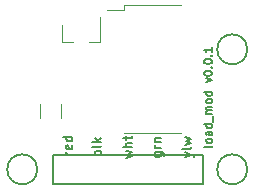
<source format=gbr>
G04 #@! TF.GenerationSoftware,KiCad,Pcbnew,(5.1.9-0-10_14)*
G04 #@! TF.CreationDate,2021-02-24T12:23:29+01:00*
G04 #@! TF.ProjectId,l0_Load,6c305f4c-6f61-4642-9e6b-696361645f70,rev?*
G04 #@! TF.SameCoordinates,Original*
G04 #@! TF.FileFunction,Legend,Top*
G04 #@! TF.FilePolarity,Positive*
%FSLAX46Y46*%
G04 Gerber Fmt 4.6, Leading zero omitted, Abs format (unit mm)*
G04 Created by KiCad (PCBNEW (5.1.9-0-10_14)) date 2021-02-24 12:23:29*
%MOMM*%
%LPD*%
G01*
G04 APERTURE LIST*
%ADD10C,0.200000*%
%ADD11C,0.175000*%
%ADD12C,0.120000*%
%ADD13C,0.150000*%
G04 APERTURE END LIST*
D10*
X165021100Y-89758600D02*
G75*
G03*
X165021100Y-89758600I-1270000J0D01*
G01*
X182801100Y-89758600D02*
G75*
G03*
X182801100Y-89758600I-1270000J0D01*
G01*
X182801100Y-79598600D02*
G75*
G03*
X182801100Y-79598600I-1270000J0D01*
G01*
D11*
X179815766Y-87762600D02*
X179782433Y-87829266D01*
X179715766Y-87862600D01*
X179115766Y-87862600D01*
X179815766Y-87395933D02*
X179782433Y-87462600D01*
X179749100Y-87495933D01*
X179682433Y-87529266D01*
X179482433Y-87529266D01*
X179415766Y-87495933D01*
X179382433Y-87462600D01*
X179349100Y-87395933D01*
X179349100Y-87295933D01*
X179382433Y-87229266D01*
X179415766Y-87195933D01*
X179482433Y-87162600D01*
X179682433Y-87162600D01*
X179749100Y-87195933D01*
X179782433Y-87229266D01*
X179815766Y-87295933D01*
X179815766Y-87395933D01*
X179815766Y-86562600D02*
X179449100Y-86562600D01*
X179382433Y-86595933D01*
X179349100Y-86662600D01*
X179349100Y-86795933D01*
X179382433Y-86862600D01*
X179782433Y-86562600D02*
X179815766Y-86629266D01*
X179815766Y-86795933D01*
X179782433Y-86862600D01*
X179715766Y-86895933D01*
X179649100Y-86895933D01*
X179582433Y-86862600D01*
X179549100Y-86795933D01*
X179549100Y-86629266D01*
X179515766Y-86562600D01*
X179815766Y-85929266D02*
X179115766Y-85929266D01*
X179782433Y-85929266D02*
X179815766Y-85995933D01*
X179815766Y-86129266D01*
X179782433Y-86195933D01*
X179749100Y-86229266D01*
X179682433Y-86262600D01*
X179482433Y-86262600D01*
X179415766Y-86229266D01*
X179382433Y-86195933D01*
X179349100Y-86129266D01*
X179349100Y-85995933D01*
X179382433Y-85929266D01*
X179882433Y-85762600D02*
X179882433Y-85229266D01*
X179815766Y-85062600D02*
X179349100Y-85062600D01*
X179415766Y-85062600D02*
X179382433Y-85029266D01*
X179349100Y-84962600D01*
X179349100Y-84862600D01*
X179382433Y-84795933D01*
X179449100Y-84762600D01*
X179815766Y-84762600D01*
X179449100Y-84762600D02*
X179382433Y-84729266D01*
X179349100Y-84662600D01*
X179349100Y-84562600D01*
X179382433Y-84495933D01*
X179449100Y-84462600D01*
X179815766Y-84462600D01*
X179815766Y-84029266D02*
X179782433Y-84095933D01*
X179749100Y-84129266D01*
X179682433Y-84162600D01*
X179482433Y-84162600D01*
X179415766Y-84129266D01*
X179382433Y-84095933D01*
X179349100Y-84029266D01*
X179349100Y-83929266D01*
X179382433Y-83862600D01*
X179415766Y-83829266D01*
X179482433Y-83795933D01*
X179682433Y-83795933D01*
X179749100Y-83829266D01*
X179782433Y-83862600D01*
X179815766Y-83929266D01*
X179815766Y-84029266D01*
X179815766Y-83195933D02*
X179115766Y-83195933D01*
X179782433Y-83195933D02*
X179815766Y-83262600D01*
X179815766Y-83395933D01*
X179782433Y-83462600D01*
X179749100Y-83495933D01*
X179682433Y-83529266D01*
X179482433Y-83529266D01*
X179415766Y-83495933D01*
X179382433Y-83462600D01*
X179349100Y-83395933D01*
X179349100Y-83262600D01*
X179382433Y-83195933D01*
X179349100Y-82395933D02*
X179815766Y-82229266D01*
X179349100Y-82062600D01*
X179115766Y-81662600D02*
X179115766Y-81595933D01*
X179149100Y-81529266D01*
X179182433Y-81495933D01*
X179249100Y-81462600D01*
X179382433Y-81429266D01*
X179549100Y-81429266D01*
X179682433Y-81462600D01*
X179749100Y-81495933D01*
X179782433Y-81529266D01*
X179815766Y-81595933D01*
X179815766Y-81662600D01*
X179782433Y-81729266D01*
X179749100Y-81762600D01*
X179682433Y-81795933D01*
X179549100Y-81829266D01*
X179382433Y-81829266D01*
X179249100Y-81795933D01*
X179182433Y-81762600D01*
X179149100Y-81729266D01*
X179115766Y-81662600D01*
X179749100Y-81129266D02*
X179782433Y-81095933D01*
X179815766Y-81129266D01*
X179782433Y-81162600D01*
X179749100Y-81129266D01*
X179815766Y-81129266D01*
X179115766Y-80662600D02*
X179115766Y-80595933D01*
X179149100Y-80529266D01*
X179182433Y-80495933D01*
X179249100Y-80462600D01*
X179382433Y-80429266D01*
X179549100Y-80429266D01*
X179682433Y-80462600D01*
X179749100Y-80495933D01*
X179782433Y-80529266D01*
X179815766Y-80595933D01*
X179815766Y-80662600D01*
X179782433Y-80729266D01*
X179749100Y-80762600D01*
X179682433Y-80795933D01*
X179549100Y-80829266D01*
X179382433Y-80829266D01*
X179249100Y-80795933D01*
X179182433Y-80762600D01*
X179149100Y-80729266D01*
X179115766Y-80662600D01*
X179749100Y-80129266D02*
X179782433Y-80095933D01*
X179815766Y-80129266D01*
X179782433Y-80162600D01*
X179749100Y-80129266D01*
X179815766Y-80129266D01*
X179815766Y-79429266D02*
X179815766Y-79829266D01*
X179815766Y-79629266D02*
X179115766Y-79629266D01*
X179215766Y-79695933D01*
X179282433Y-79762600D01*
X179315766Y-79829266D01*
D10*
X177501571Y-88703047D02*
X178034904Y-88512571D01*
X177501571Y-88322095D02*
X178034904Y-88512571D01*
X178225380Y-88588761D01*
X178263476Y-88626857D01*
X178301571Y-88703047D01*
X178034904Y-87903047D02*
X177996809Y-87979238D01*
X177920619Y-88017333D01*
X177234904Y-88017333D01*
X177501571Y-87674476D02*
X178034904Y-87522095D01*
X177653952Y-87369714D01*
X178034904Y-87217333D01*
X177501571Y-87064952D01*
X174961571Y-88322095D02*
X175609190Y-88322095D01*
X175685380Y-88360190D01*
X175723476Y-88398285D01*
X175761571Y-88474476D01*
X175761571Y-88588761D01*
X175723476Y-88664952D01*
X175456809Y-88322095D02*
X175494904Y-88398285D01*
X175494904Y-88550666D01*
X175456809Y-88626857D01*
X175418714Y-88664952D01*
X175342523Y-88703047D01*
X175113952Y-88703047D01*
X175037761Y-88664952D01*
X174999666Y-88626857D01*
X174961571Y-88550666D01*
X174961571Y-88398285D01*
X174999666Y-88322095D01*
X175494904Y-87941142D02*
X174961571Y-87941142D01*
X175113952Y-87941142D02*
X175037761Y-87903047D01*
X174999666Y-87864952D01*
X174961571Y-87788761D01*
X174961571Y-87712571D01*
X174961571Y-87445904D02*
X175494904Y-87445904D01*
X175037761Y-87445904D02*
X174999666Y-87407809D01*
X174961571Y-87331619D01*
X174961571Y-87217333D01*
X174999666Y-87141142D01*
X175075857Y-87103047D01*
X175494904Y-87103047D01*
X172548571Y-88779238D02*
X173081904Y-88626857D01*
X172700952Y-88474476D01*
X173081904Y-88322095D01*
X172548571Y-88169714D01*
X173081904Y-87864952D02*
X172281904Y-87864952D01*
X173081904Y-87522095D02*
X172662857Y-87522095D01*
X172586666Y-87560190D01*
X172548571Y-87636380D01*
X172548571Y-87750666D01*
X172586666Y-87826857D01*
X172624761Y-87864952D01*
X172548571Y-87255428D02*
X172548571Y-86950666D01*
X172281904Y-87141142D02*
X172967619Y-87141142D01*
X173043809Y-87103047D01*
X173081904Y-87026857D01*
X173081904Y-86950666D01*
X170414904Y-88588761D02*
X169614904Y-88588761D01*
X169919666Y-88588761D02*
X169881571Y-88512571D01*
X169881571Y-88360190D01*
X169919666Y-88284000D01*
X169957761Y-88245904D01*
X170033952Y-88207809D01*
X170262523Y-88207809D01*
X170338714Y-88245904D01*
X170376809Y-88284000D01*
X170414904Y-88360190D01*
X170414904Y-88512571D01*
X170376809Y-88588761D01*
X170414904Y-87750666D02*
X170376809Y-87826857D01*
X170300619Y-87864952D01*
X169614904Y-87864952D01*
X170414904Y-87445904D02*
X169614904Y-87445904D01*
X170110142Y-87369714D02*
X170414904Y-87141142D01*
X169881571Y-87141142D02*
X170186333Y-87445904D01*
X168001904Y-88518904D02*
X167468571Y-88518904D01*
X167620952Y-88518904D02*
X167544761Y-88480809D01*
X167506666Y-88442714D01*
X167468571Y-88366523D01*
X167468571Y-88290333D01*
X167963809Y-87718904D02*
X168001904Y-87795095D01*
X168001904Y-87947476D01*
X167963809Y-88023666D01*
X167887619Y-88061761D01*
X167582857Y-88061761D01*
X167506666Y-88023666D01*
X167468571Y-87947476D01*
X167468571Y-87795095D01*
X167506666Y-87718904D01*
X167582857Y-87680809D01*
X167659047Y-87680809D01*
X167735238Y-88061761D01*
X168001904Y-86995095D02*
X167201904Y-86995095D01*
X167963809Y-86995095D02*
X168001904Y-87071285D01*
X168001904Y-87223666D01*
X167963809Y-87299857D01*
X167925714Y-87337952D01*
X167849523Y-87376047D01*
X167620952Y-87376047D01*
X167544761Y-87337952D01*
X167506666Y-87299857D01*
X167468571Y-87223666D01*
X167468571Y-87071285D01*
X167506666Y-86995095D01*
D12*
X172352000Y-86680000D02*
X177152000Y-86680000D01*
X172352000Y-75880000D02*
X177152000Y-75880000D01*
X172352000Y-76280000D02*
X170952000Y-76280000D01*
X172352000Y-75880000D02*
X172352000Y-76280000D01*
D13*
X166370000Y-88539000D02*
X179070000Y-88539000D01*
X166370000Y-91039000D02*
X179070000Y-91039000D01*
X179070000Y-88539000D02*
X179070000Y-91039000D01*
X166370000Y-88539000D02*
X166370000Y-91039000D01*
D12*
X166996000Y-84236000D02*
X166996000Y-85436000D01*
X165236000Y-85436000D02*
X165236000Y-84236000D01*
X167140000Y-79018000D02*
X168070000Y-79018000D01*
X170300000Y-79018000D02*
X169370000Y-79018000D01*
X170300000Y-79018000D02*
X170300000Y-76858000D01*
X167140000Y-79018000D02*
X167140000Y-77558000D01*
M02*

</source>
